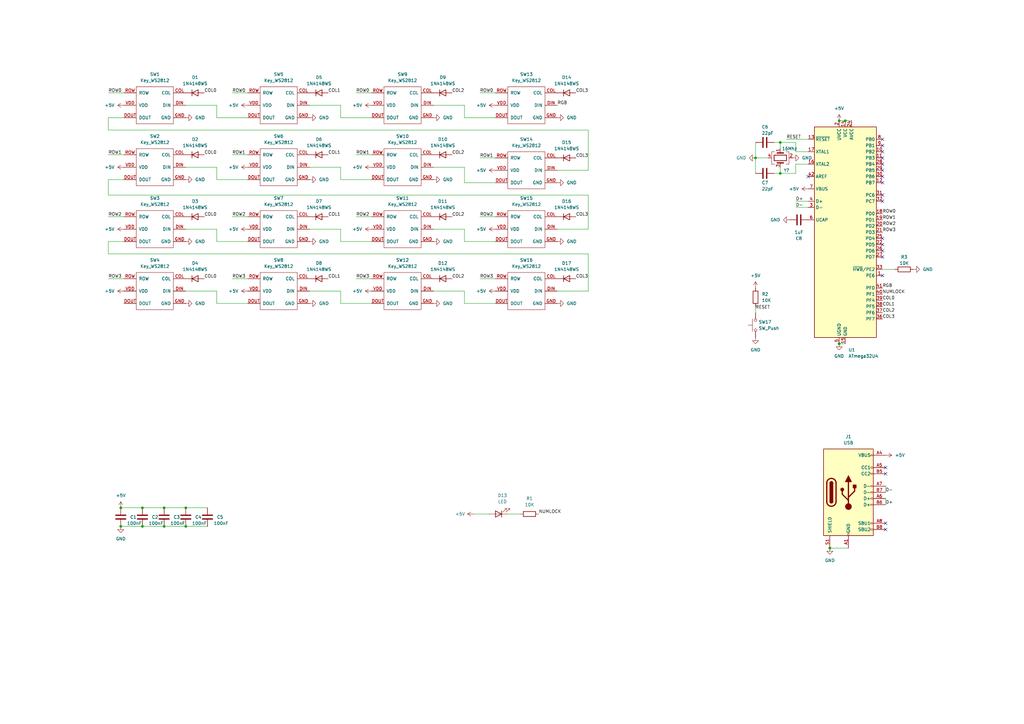
<source format=kicad_sch>
(kicad_sch (version 20211123) (generator eeschema)
  (paper "A3")
  (lib_symbols
    (symbol "Common_hardware:Key_WS2812" (pin_names (offset 1.016))
      (property "Reference" "SW" (at 0 10.2362 0))
      (property "Value" "Key_WS2812" (at 0 15.3162 0))
      (symbol "Key_WS2812_1_1"
        (rectangle (start -7.62 7.62) (end 7.62 -7.62) (stroke (width 0.1524)))
        (pin input line (at 12.7 5.08 180) (length 5.08) (name "COL") (number "COL"))
        (pin input line (at 12.7 0 180) (length 5.08) (name "DIN") (number "DIN"))
        (pin input line (at -12.7 -5.08 0) (length 5.08) (name "DOUT") (number "DOUT"))
        (pin input line (at 12.7 -5.08 180) (length 5.08) (name "GND") (number "GND"))
        (pin input line (at -12.7 5.08 0) (length 5.08) (name "ROW") (number "ROW"))
        (pin input line (at -12.7 0 0) (length 5.08) (name "VDD") (number "VDD"))
      )
    )
    (symbol "Connector:USB_C_Receptacle_USB2.0" (pin_names (offset 1.016))
      (property "Reference" "J" (at -10.16 19.05 0))
      (property "Value" "USB_C_Receptacle_USB2.0" (at 19.05 19.05 0))
      (symbol "USB_C_Receptacle_USB2.0_0_0"
        (rectangle (start -0.254 -17.78) (end 0.254 -16.764))
        (rectangle (start 10.16 -14.986) (end 9.144 -15.494))
        (rectangle (start 10.16 -12.446) (end 9.144 -12.954))
        (rectangle (start 10.16 -4.826) (end 9.144 -5.334))
        (rectangle (start 10.16 -2.286) (end 9.144 -2.794))
        (rectangle (start 10.16 0.254) (end 9.144 -0.254))
        (rectangle (start 10.16 2.794) (end 9.144 2.286))
        (rectangle (start 10.16 7.874) (end 9.144 7.366))
        (rectangle (start 10.16 10.414) (end 9.144 9.906))
        (rectangle (start 10.16 15.494) (end 9.144 14.986))
      )
      (symbol "USB_C_Receptacle_USB2.0_0_1"
        (rectangle (start -10.16 17.78) (end 10.16 -17.78) (stroke (width 0.254)) (fill (type background)))
        (arc (start -8.89 -3.81) (mid -6.985 -5.715) (end -5.08 -3.81) (stroke (width 0.508)))
        (arc (start -7.62 -3.81) (mid -6.985 -4.445) (end -6.35 -3.81) (stroke (width 0.254)))
        (arc (start -7.62 -3.81) (mid -6.985 -4.445) (end -6.35 -3.81) (stroke (width 0.254)) (fill (type outline)))
        (rectangle (start -7.62 -3.81) (end -6.35 3.81) (stroke (width 0.254)) (fill (type outline)))
        (arc (start -6.35 3.81) (mid -6.985 4.445) (end -7.62 3.81) (stroke (width 0.254)))
        (arc (start -6.35 3.81) (mid -6.985 4.445) (end -7.62 3.81) (stroke (width 0.254)) (fill (type outline)))
        (arc (start -5.08 3.81) (mid -6.985 5.715) (end -8.89 3.81) (stroke (width 0.508)))
        (circle (center -2.54 1.143) (radius 0.635) (stroke (width 0.254)) (fill (type outline)))
        (circle (center 0 -5.842) (radius 1.27) (fill (type outline)))
        (polyline (pts (xy -8.89 -3.81) (xy -8.89 3.81)) (stroke (width 0.508)))
        (polyline (pts (xy -5.08 3.81) (xy -5.08 -3.81)) (stroke (width 0.508)))
        (polyline (pts (xy 0 -5.842) (xy 0 4.318)) (stroke (width 0.508)))
        (polyline (pts (xy 0 -3.302) (xy -2.54 -0.762) (xy -2.54 0.508)) (stroke (width 0.508)))
        (polyline (pts (xy 0 -2.032) (xy 2.54 0.508) (xy 2.54 1.778)) (stroke (width 0.508)))
        (polyline (pts (xy -1.27 4.318) (xy 0 6.858) (xy 1.27 4.318) (xy -1.27 4.318)) (stroke (width 0.254)) (fill (type outline)))
        (rectangle (start 1.905 1.778) (end 3.175 3.048) (stroke (width 0.254)) (fill (type outline)))
      )
      (symbol "USB_C_Receptacle_USB2.0_1_1"
        (pin passive line (at 0 -22.86 90) (length 5.08) (name "GND") (number "A1"))
        (pin passive line (at 0 -22.86 90) (length 5.08) hide (name "GND") (number "A12"))
        (pin passive line (at 15.24 15.24 180) (length 5.08) (name "VBUS") (number "A4"))
        (pin bidirectional line (at 15.24 10.16 180) (length 5.08) (name "CC1") (number "A5"))
        (pin bidirectional line (at 15.24 -2.54 180) (length 5.08) (name "D+") (number "A6"))
        (pin bidirectional line (at 15.24 2.54 180) (length 5.08) (name "D-") (number "A7"))
        (pin bidirectional line (at 15.24 -12.7 180) (length 5.08) (name "SBU1") (number "A8"))
        (pin passive line (at 15.24 15.24 180) (length 5.08) hide (name "VBUS") (number "A9"))
        (pin passive line (at 0 -22.86 90) (length 5.08) hide (name "GND") (number "B1"))
        (pin passive line (at 0 -22.86 90) (length 5.08) hide (name "GND") (number "B12"))
        (pin passive line (at 15.24 15.24 180) (length 5.08) hide (name "VBUS") (number "B4"))
        (pin bidirectional line (at 15.24 7.62 180) (length 5.08) (name "CC2") (number "B5"))
        (pin bidirectional line (at 15.24 -5.08 180) (length 5.08) (name "D+") (number "B6"))
        (pin bidirectional line (at 15.24 0 180) (length 5.08) (name "D-") (number "B7"))
        (pin bidirectional line (at 15.24 -15.24 180) (length 5.08) (name "SBU2") (number "B8"))
        (pin passive line (at 15.24 15.24 180) (length 5.08) hide (name "VBUS") (number "B9"))
        (pin passive line (at -7.62 -22.86 90) (length 5.08) (name "SHIELD") (number "S1"))
      )
    )
    (symbol "Device:C" (pin_numbers hide) (pin_names (offset 0.254))
      (property "Reference" "C" (at 0.635 2.54 0))
      (property "Value" "C" (at 0.635 -2.54 0))
      (symbol "C_0_1"
        (polyline (pts (xy -2.032 -0.762) (xy 2.032 -0.762)) (stroke (width 0.508)))
        (polyline (pts (xy -2.032 0.762) (xy 2.032 0.762)) (stroke (width 0.508)))
      )
      (symbol "C_1_1"
        (pin passive line (at 0 3.81 270) (length 2.794) (name "~") (number "1"))
        (pin passive line (at 0 -3.81 90) (length 2.794) (name "~") (number "2"))
      )
    )
    (symbol "Device:Crystal_GND24" (pin_names (offset 1.016) hide)
      (property "Reference" "Y" (at 3.175 5.08 0))
      (property "Value" "Crystal_GND24" (at 3.175 3.175 0))
      (symbol "Crystal_GND24_0_1"
        (rectangle (start -1.143 2.54) (end 1.143 -2.54) (stroke (width 0.3048)))
        (polyline (pts (xy -2.54 0) (xy -2.032 0)))
        (polyline (pts (xy -2.032 -1.27) (xy -2.032 1.27)) (stroke (width 0.508)))
        (polyline (pts (xy 0 -3.81) (xy 0 -3.556)))
        (polyline (pts (xy 0 3.556) (xy 0 3.81)))
        (polyline (pts (xy 2.032 -1.27) (xy 2.032 1.27)) (stroke (width 0.508)))
        (polyline (pts (xy 2.032 0) (xy 2.54 0)))
        (polyline (pts (xy -2.54 -2.286) (xy -2.54 -3.556) (xy 2.54 -3.556) (xy 2.54 -2.286)))
        (polyline (pts (xy -2.54 2.286) (xy -2.54 3.556) (xy 2.54 3.556) (xy 2.54 2.286)))
      )
      (symbol "Crystal_GND24_1_1"
        (pin passive line (at -3.81 0 0) (length 1.27) (name "1") (number "1"))
        (pin passive line (at 0 5.08 270) (length 1.27) (name "2") (number "2"))
        (pin passive line (at 3.81 0 180) (length 1.27) (name "3") (number "3"))
        (pin passive line (at 0 -5.08 90) (length 1.27) (name "4") (number "4"))
      )
    )
    (symbol "Device:LED" (pin_numbers hide) (pin_names (offset 1.016) hide)
      (property "Reference" "D" (at 0 2.54 0))
      (property "Value" "LED" (at 0 -2.54 0))
      (symbol "LED_0_1"
        (polyline (pts (xy -1.27 -1.27) (xy -1.27 1.27)) (stroke (width 0.254)))
        (polyline (pts (xy -1.27 0) (xy 1.27 0)))
        (polyline (pts (xy 1.27 -1.27) (xy 1.27 1.27) (xy -1.27 0) (xy 1.27 -1.27)) (stroke (width 0.254)))
        (polyline (pts (xy -3.048 -0.762) (xy -4.572 -2.286) (xy -3.81 -2.286) (xy -4.572 -2.286) (xy -4.572 -1.524)))
        (polyline (pts (xy -1.778 -0.762) (xy -3.302 -2.286) (xy -2.54 -2.286) (xy -3.302 -2.286) (xy -3.302 -1.524)))
      )
      (symbol "LED_1_1"
        (pin passive line (at -3.81 0 0) (length 2.54) (name "K") (number "1"))
        (pin passive line (at 3.81 0 180) (length 2.54) (name "A") (number "2"))
      )
    )
    (symbol "Device:R" (pin_numbers hide) (pin_names (offset 0))
      (property "Reference" "R" (at 2.032 0 90))
      (property "Value" "R" (at 0 0 90))
      (symbol "R_0_1"
        (rectangle (start -1.016 -2.54) (end 1.016 2.54) (stroke (width 0.254)))
      )
      (symbol "R_1_1"
        (pin passive line (at 0 3.81 270) (length 1.27) (name "~") (number "1"))
        (pin passive line (at 0 -3.81 90) (length 1.27) (name "~") (number "2"))
      )
    )
    (symbol "Diode:1N4148WS" (pin_numbers hide) (pin_names hide)
      (property "Reference" "D" (at 0 2.54 0))
      (property "Value" "1N4148WS" (at 0 -2.54 0))
      (symbol "1N4148WS_0_1"
        (polyline (pts (xy -1.27 1.27) (xy -1.27 -1.27)) (stroke (width 0.254)))
        (polyline (pts (xy 1.27 0) (xy -1.27 0)))
        (polyline (pts (xy 1.27 1.27) (xy 1.27 -1.27) (xy -1.27 0) (xy 1.27 1.27)) (stroke (width 0.254)))
      )
      (symbol "1N4148WS_1_1"
        (pin passive line (at -3.81 0 0) (length 2.54) (name "K") (number "1"))
        (pin passive line (at 3.81 0 180) (length 2.54) (name "A") (number "2"))
      )
    )
    (symbol "MCU_Microchip_ATmega:ATmega32U4-M"
      (property "Reference" "U" (at -12.7 44.45 0))
      (property "Value" "ATmega32U4-M" (at 2.54 -44.45 0))
      (symbol "ATmega32U4-M_0_1"
        (rectangle (start -12.7 -43.18) (end 12.7 43.18) (stroke (width 0.254)) (fill (type background)))
      )
      (symbol "ATmega32U4-M_1_1"
        (pin bidirectional line (at 15.24 -17.78 180) (length 2.54) (name "PE6") (number "1"))
        (pin bidirectional line (at 15.24 33.02 180) (length 2.54) (name "PB2") (number "10"))
        (pin bidirectional line (at 15.24 30.48 180) (length 2.54) (name "PB3") (number "11"))
        (pin bidirectional line (at 15.24 20.32 180) (length 2.54) (name "PB7") (number "12"))
        (pin input line (at -15.24 38.1 0) (length 2.54) (name "~{RESET}") (number "13"))
        (pin power_in line (at 0 45.72 270) (length 2.54) (name "VCC") (number "14"))
        (pin power_in line (at 0 -45.72 90) (length 2.54) (name "GND") (number "15"))
        (pin output line (at -15.24 27.94 0) (length 2.54) (name "XTAL2") (number "16"))
        (pin input line (at -15.24 33.02 0) (length 2.54) (name "XTAL1") (number "17"))
        (pin bidirectional line (at 15.24 7.62 180) (length 2.54) (name "PD0") (number "18"))
        (pin bidirectional line (at 15.24 5.08 180) (length 2.54) (name "PD1") (number "19"))
        (pin power_in line (at -2.54 45.72 270) (length 2.54) (name "UVCC") (number "2"))
        (pin bidirectional line (at 15.24 2.54 180) (length 2.54) (name "PD2") (number "20"))
        (pin bidirectional line (at 15.24 0 180) (length 2.54) (name "PD3") (number "21"))
        (pin bidirectional line (at 15.24 -5.08 180) (length 2.54) (name "PD5") (number "22"))
        (pin passive line (at 0 -45.72 90) (length 2.54) hide (name "GND") (number "23"))
        (pin power_in line (at 2.54 45.72 270) (length 2.54) (name "AVCC") (number "24"))
        (pin bidirectional line (at 15.24 -2.54 180) (length 2.54) (name "PD4") (number "25"))
        (pin bidirectional line (at 15.24 -7.62 180) (length 2.54) (name "PD6") (number "26"))
        (pin bidirectional line (at 15.24 -10.16 180) (length 2.54) (name "PD7") (number "27"))
        (pin bidirectional line (at 15.24 27.94 180) (length 2.54) (name "PB4") (number "28"))
        (pin bidirectional line (at 15.24 25.4 180) (length 2.54) (name "PB5") (number "29"))
        (pin bidirectional line (at -15.24 10.16 0) (length 2.54) (name "D-") (number "3"))
        (pin bidirectional line (at 15.24 22.86 180) (length 2.54) (name "PB6") (number "30"))
        (pin bidirectional line (at 15.24 15.24 180) (length 2.54) (name "PC6") (number "31"))
        (pin bidirectional line (at 15.24 12.7 180) (length 2.54) (name "PC7") (number "32"))
        (pin bidirectional line (at 15.24 -15.24 180) (length 2.54) (name "~{HWB}/PE2") (number "33"))
        (pin passive line (at 0 45.72 270) (length 2.54) hide (name "VCC") (number "34"))
        (pin passive line (at 0 -45.72 90) (length 2.54) hide (name "GND") (number "35"))
        (pin bidirectional line (at 15.24 -35.56 180) (length 2.54) (name "PF7") (number "36"))
        (pin bidirectional line (at 15.24 -33.02 180) (length 2.54) (name "PF6") (number "37"))
        (pin bidirectional line (at 15.24 -30.48 180) (length 2.54) (name "PF5") (number "38"))
        (pin bidirectional line (at 15.24 -27.94 180) (length 2.54) (name "PF4") (number "39"))
        (pin bidirectional line (at -15.24 12.7 0) (length 2.54) (name "D+") (number "4"))
        (pin bidirectional line (at 15.24 -25.4 180) (length 2.54) (name "PF1") (number "40"))
        (pin bidirectional line (at 15.24 -22.86 180) (length 2.54) (name "PF0") (number "41"))
        (pin passive line (at -15.24 22.86 0) (length 2.54) (name "AREF") (number "42"))
        (pin passive line (at 0 -45.72 90) (length 2.54) hide (name "GND") (number "43"))
        (pin passive line (at 2.54 45.72 270) (length 2.54) hide (name "AVCC") (number "44"))
        (pin passive line (at 0 -45.72 90) (length 2.54) hide (name "GND") (number "45"))
        (pin passive line (at -2.54 -45.72 90) (length 2.54) (name "UGND") (number "5"))
        (pin passive line (at -15.24 5.08 0) (length 2.54) (name "UCAP") (number "6"))
        (pin input line (at -15.24 17.78 0) (length 2.54) (name "VBUS") (number "7"))
        (pin bidirectional line (at 15.24 38.1 180) (length 2.54) (name "PB0") (number "8"))
        (pin bidirectional line (at 15.24 35.56 180) (length 2.54) (name "PB1") (number "9"))
      )
    )
    (symbol "Switch:SW_Push" (pin_numbers hide) (pin_names (offset 1.016) hide)
      (property "Reference" "SW" (at 1.27 2.54 0))
      (property "Value" "SW_Push" (at 0 -1.524 0))
      (symbol "SW_Push_0_1"
        (circle (center -2.032 0) (radius 0.508))
        (polyline (pts (xy 0 1.27) (xy 0 3.048)))
        (polyline (pts (xy 2.54 1.27) (xy -2.54 1.27)))
        (circle (center 2.032 0) (radius 0.508))
        (pin passive line (at -5.08 0 0) (length 2.54) (name "1") (number "1"))
        (pin passive line (at 5.08 0 180) (length 2.54) (name "2") (number "2"))
      )
    )
    (symbol "power:+5V" (power) (pin_names (offset 0))
      (property "Value" "+5V" (at 0 3.556 0))
      (symbol "+5V_0_1"
        (polyline (pts (xy -0.762 1.27) (xy 0 2.54)))
        (polyline (pts (xy 0 0) (xy 0 2.54)))
        (polyline (pts (xy 0 2.54) (xy 0.762 1.27)))
      )
      (symbol "+5V_1_1"
        (pin power_in line (at 0 0 90) (length 0) hide (name "+5V") (number "1"))
      )
    )
    (symbol "power:GND" (power) (pin_names (offset 0))
      (property "Value" "GND" (at 0 -3.81 0))
      (symbol "GND_0_1"
        (polyline (pts (xy 0 0) (xy 0 -1.27) (xy 1.27 -1.27) (xy 0 -2.54) (xy -1.27 -1.27) (xy 0 -1.27)))
      )
      (symbol "GND_1_1"
        (pin power_in line (at 0 0 270) (length 0) hide (name "GND") (number "1"))
      )
    )
  )
  (junction (at 76.2 215.9))
  (junction (at 67.31 215.9))
  (junction (at 309.88 64.77))
  (junction (at 76.2 208.28))
  (junction (at 340.36 224.79))
  (junction (at 320.04 71.12))
  (junction (at 58.42 215.9))
  (junction (at 344.17 49.53))
  (junction (at 58.42 208.28))
  (junction (at 344.17 140.97))
  (junction (at 320.04 58.42))
  (junction (at 49.53 215.9))
  (junction (at 67.31 208.28))
  (junction (at 49.53 208.28))
  (junction (at 346.71 49.53))
  (no_connect (at 361.95 59.69))
  (no_connect (at 361.95 57.15))
  (no_connect (at 361.95 67.31))
  (no_connect (at 361.95 105.41))
  (no_connect (at 361.95 69.85))
  (no_connect (at 363.22 214.63))
  (no_connect (at 361.95 72.39))
  (no_connect (at 361.95 64.77))
  (no_connect (at 363.22 194.31))
  (no_connect (at 361.95 74.93))
  (no_connect (at 361.95 100.33))
  (no_connect (at 361.95 97.79))
  (no_connect (at 361.95 62.23))
  (no_connect (at 361.95 80.01))
  (no_connect (at 361.95 113.03))
  (no_connect (at 363.22 217.17))
  (no_connect (at 361.95 82.55))
  (no_connect (at 331.47 72.39))
  (no_connect (at 361.95 102.87))
  (no_connect (at 363.22 191.77))
  (wire (pts (xy 146.05 88.9) (xy 152.4 88.9)))
  (wire (pts (xy 340.36 224.79) (xy 347.98 224.79)))
  (wire (pts (xy 190.5 68.58) (xy 190.5 74.93)))
  (wire (pts (xy 139.7 124.46) (xy 139.7 119.38)))
  (wire (pts (xy 50.8 99.06) (xy 44.45 99.06)))
  (wire (pts (xy 88.9 93.98) (xy 76.2 93.98)))
  (wire (pts (xy 326.39 85.09) (xy 331.47 85.09)))
  (wire (pts (xy 101.6 73.66) (xy 88.9 73.66)))
  (wire (pts (xy 213.36 210.82) (xy 208.28 210.82)))
  (wire (pts (xy 88.9 119.38) (xy 76.2 119.38)))
  (wire (pts (xy 241.3 53.34) (xy 241.3 69.85)))
  (wire (pts (xy 320.04 58.42) (xy 320.04 60.96)))
  (wire (pts (xy 44.45 80.01) (xy 241.3 80.01)))
  (wire (pts (xy 152.4 124.46) (xy 139.7 124.46)))
  (wire (pts (xy 320.04 68.58) (xy 320.04 71.12)))
  (wire (pts (xy 88.9 73.66) (xy 88.9 68.58)))
  (wire (pts (xy 203.2 48.26) (xy 190.5 48.26)))
  (wire (pts (xy 241.3 80.01) (xy 241.3 93.98)))
  (wire (pts (xy 241.3 104.14) (xy 241.3 119.38)))
  (wire (pts (xy 344.17 49.53) (xy 346.71 49.53)))
  (wire (pts (xy 346.71 49.53) (xy 349.25 49.53)))
  (wire (pts (xy 190.5 48.26) (xy 190.5 43.18)))
  (wire (pts (xy 44.45 53.34) (xy 241.3 53.34)))
  (wire (pts (xy 139.7 68.58) (xy 127 68.58)))
  (wire (pts (xy 88.9 99.06) (xy 88.9 93.98)))
  (wire (pts (xy 322.58 57.15) (xy 331.47 57.15)))
  (wire (pts (xy 67.31 215.9) (xy 76.2 215.9)))
  (wire (pts (xy 44.45 99.06) (xy 44.45 104.14)))
  (wire (pts (xy 241.3 93.98) (xy 228.6 93.98)))
  (wire (pts (xy 363.22 204.47) (xy 363.22 207.01)))
  (wire (pts (xy 139.7 43.18) (xy 127 43.18)))
  (wire (pts (xy 309.88 125.73) (xy 309.88 128.27)))
  (wire (pts (xy 309.88 58.42) (xy 309.88 64.77)))
  (wire (pts (xy 190.5 43.18) (xy 177.8 43.18)))
  (wire (pts (xy 326.39 82.55) (xy 331.47 82.55)))
  (wire (pts (xy 331.47 62.23) (xy 326.39 62.23)))
  (wire (pts (xy 152.4 73.66) (xy 139.7 73.66)))
  (wire (pts (xy 196.85 114.3) (xy 203.2 114.3)))
  (wire (pts (xy 190.5 119.38) (xy 177.8 119.38)))
  (wire (pts (xy 194.31 210.82) (xy 200.66 210.82)))
  (wire (pts (xy 139.7 73.66) (xy 139.7 68.58)))
  (wire (pts (xy 49.53 208.28) (xy 58.42 208.28)))
  (wire (pts (xy 44.45 63.5) (xy 50.8 63.5)))
  (wire (pts (xy 44.45 88.9) (xy 50.8 88.9)))
  (wire (pts (xy 88.9 68.58) (xy 76.2 68.58)))
  (wire (pts (xy 309.88 64.77) (xy 314.96 64.77)))
  (wire (pts (xy 44.45 38.1) (xy 50.8 38.1)))
  (wire (pts (xy 95.25 114.3) (xy 101.6 114.3)))
  (wire (pts (xy 146.05 114.3) (xy 152.4 114.3)))
  (wire (pts (xy 203.2 99.06) (xy 190.5 99.06)))
  (wire (pts (xy 44.45 48.26) (xy 44.45 53.34)))
  (wire (pts (xy 49.53 215.9) (xy 58.42 215.9)))
  (wire (pts (xy 320.04 71.12) (xy 317.5 71.12)))
  (wire (pts (xy 326.39 62.23) (xy 326.39 58.42)))
  (wire (pts (xy 203.2 74.93) (xy 190.5 74.93)))
  (wire (pts (xy 367.03 110.49) (xy 361.95 110.49)))
  (wire (pts (xy 139.7 48.26) (xy 139.7 43.18)))
  (wire (pts (xy 190.5 68.58) (xy 177.8 68.58)))
  (wire (pts (xy 196.85 64.77) (xy 203.2 64.77)))
  (wire (pts (xy 363.22 199.39) (xy 363.22 201.93)))
  (wire (pts (xy 101.6 124.46) (xy 88.9 124.46)))
  (wire (pts (xy 309.88 64.77) (xy 309.88 71.12)))
  (wire (pts (xy 152.4 48.26) (xy 139.7 48.26)))
  (wire (pts (xy 190.5 99.06) (xy 190.5 93.98)))
  (wire (pts (xy 88.9 43.18) (xy 76.2 43.18)))
  (wire (pts (xy 241.3 69.85) (xy 228.6 69.85)))
  (wire (pts (xy 344.17 140.97) (xy 346.71 140.97)))
  (wire (pts (xy 196.85 88.9) (xy 203.2 88.9)))
  (wire (pts (xy 146.05 63.5) (xy 152.4 63.5)))
  (wire (pts (xy 50.8 48.26) (xy 44.45 48.26)))
  (wire (pts (xy 88.9 124.46) (xy 88.9 119.38)))
  (wire (pts (xy 241.3 119.38) (xy 228.6 119.38)))
  (wire (pts (xy 101.6 48.26) (xy 88.9 48.26)))
  (wire (pts (xy 203.2 124.46) (xy 190.5 124.46)))
  (wire (pts (xy 76.2 215.9) (xy 85.09 215.9)))
  (wire (pts (xy 95.25 38.1) (xy 101.6 38.1)))
  (wire (pts (xy 95.25 63.5) (xy 101.6 63.5)))
  (wire (pts (xy 88.9 48.26) (xy 88.9 43.18)))
  (wire (pts (xy 320.04 58.42) (xy 317.5 58.42)))
  (wire (pts (xy 139.7 99.06) (xy 139.7 93.98)))
  (wire (pts (xy 139.7 119.38) (xy 127 119.38)))
  (wire (pts (xy 146.05 38.1) (xy 152.4 38.1)))
  (wire (pts (xy 152.4 99.06) (xy 139.7 99.06)))
  (wire (pts (xy 101.6 99.06) (xy 88.9 99.06)))
  (wire (pts (xy 95.25 88.9) (xy 101.6 88.9)))
  (wire (pts (xy 139.7 93.98) (xy 127 93.98)))
  (wire (pts (xy 58.42 208.28) (xy 67.31 208.28)))
  (wire (pts (xy 58.42 215.9) (xy 67.31 215.9)))
  (wire (pts (xy 44.45 104.14) (xy 241.3 104.14)))
  (wire (pts (xy 190.5 93.98) (xy 177.8 93.98)))
  (wire (pts (xy 326.39 71.12) (xy 320.04 71.12)))
  (wire (pts (xy 196.85 38.1) (xy 203.2 38.1)))
  (wire (pts (xy 50.8 73.66) (xy 44.45 73.66)))
  (wire (pts (xy 44.45 114.3) (xy 50.8 114.3)))
  (wire (pts (xy 44.45 73.66) (xy 44.45 80.01)))
  (wire (pts (xy 67.31 208.28) (xy 76.2 208.28)))
  (wire (pts (xy 326.39 58.42) (xy 320.04 58.42)))
  (wire (pts (xy 190.5 119.38) (xy 190.5 124.46)))
  (wire (pts (xy 331.47 67.31) (xy 326.39 67.31)))
  (wire (pts (xy 76.2 208.28) (xy 85.09 208.28)))
  (wire (pts (xy 326.39 67.31) (xy 326.39 71.12)))
  (label "ROW0" (at 196.85 38.1 0))
  (label "COL1" (at 134.62 38.1 0))
  (label "RGB" (at 361.95 118.11 0))
  (label "ROW2" (at 44.45 88.9 0))
  (label "COL2" (at 361.95 128.27 0))
  (label "COL0" (at 83.82 38.1 0))
  (label "ROW1" (at 95.25 63.5 0))
  (label "ROW0" (at 44.45 38.1 0))
  (label "COL0" (at 361.95 123.19 0))
  (label "COL3" (at 361.95 130.81 0))
  (label "ROW1" (at 196.85 64.77 0))
  (label "RGB" (at 228.6 43.18 0))
  (label "COL0" (at 83.82 63.5 0))
  (label "COL3" (at 236.22 88.9 0))
  (label "ROW2" (at 95.25 88.9 0))
  (label "COL2" (at 185.42 114.3 0))
  (label "ROW2" (at 196.85 88.9 0))
  (label "COL1" (at 134.62 114.3 0))
  (label "RESET" (at 309.88 127 0))
  (label "COL3" (at 236.22 114.3 0))
  (label "ROW0" (at 146.05 38.1 0))
  (label "ROW3" (at 44.45 114.3 0))
  (label "ROW2" (at 361.95 92.71 0))
  (label "ROW1" (at 361.95 90.17 0))
  (label "ROW3" (at 196.85 114.3 0))
  (label "COL0" (at 83.82 88.9 0))
  (label "ROW3" (at 361.95 95.25 0))
  (label "ROW3" (at 146.05 114.3 0))
  (label "ROW3" (at 95.25 114.3 0))
  (label "COL3" (at 236.22 64.77 0))
  (label "COL3" (at 236.22 38.1 0))
  (label "COL2" (at 185.42 63.5 0))
  (label "RESET" (at 322.58 57.15 0))
  (label "D+" (at 363.22 207.01 0))
  (label "NUMLOCK" (at 361.95 120.65 0))
  (label "D-" (at 326.39 85.09 0))
  (label "COL1" (at 134.62 88.9 0))
  (label "ROW2" (at 146.05 88.9 0))
  (label "NUMLOCK" (at 220.98 210.82 0))
  (label "ROW1" (at 44.45 63.5 0))
  (label "ROW0" (at 95.25 38.1 0))
  (label "D+" (at 326.39 82.55 0))
  (label "COL2" (at 185.42 38.1 0))
  (label "COL1" (at 361.95 125.73 0))
  (label "COL2" (at 185.42 88.9 0))
  (label "COL0" (at 83.82 114.3 0))
  (label "ROW0" (at 361.95 87.63 0))
  (label "COL1" (at 134.62 63.5 0))
  (label "D-" (at 363.22 201.93 0))
  (label "ROW1" (at 146.05 63.5 0))
  (symbol (lib_id "Diode:1N4148WS") (at 80.01 88.9 0) (unit 1)
    (property "Reference" "D3" (at 80.01 82.55 0))
    (property "Value" "1N4148WS" (at 80.01 85.09 0))
    (property "Footprint" "Diode_SMD:D_SOD-323" (effects hide))
    (property "Datasheet" "https://www.vishay.com/docs/85751/1n4148ws.pdf" (effects hide))
  )
  (symbol (lib_id "Diode:1N4148WS") (at 80.01 38.1 0) (unit 1)
    (property "Reference" "D1" (at 80.01 31.75 0))
    (property "Value" "1N4148WS" (at 80.01 34.29 0))
    (property "Footprint" "Diode_SMD:D_SOD-323" (effects hide))
    (property "Datasheet" "https://www.vishay.com/docs/85751/1n4148ws.pdf" (effects hide))
  )
  (symbol (lib_id "Device:C") (at 76.2 212.09 0) (unit 1)
    (property "Reference" "C4" (at 80.01 212.09 0) (effects (justify left)))
    (property "Value" "100nF" (at 78.74 214.63 0) (effects (justify left)))
    (property "Footprint" "Capacitor_SMD:C_0603_1608Metric_Pad1.08x0.95mm_HandSolder" (effects hide))
  )
  (symbol (lib_id "Common_hardware:Key_WS2812") (at 114.3 93.98 0) (unit 1)
    (property "Reference" "SW7" (at 114.3 81.28 0))
    (property "Value" "Key_WS2812" (at 114.3 83.82 0))
    (property "Footprint" "Common_hardware:Key_WS2812" (effects hide))
  )
  (symbol (lib_id "Device:C") (at 327.66 90.17 90) (unit 1)
    (property "Reference" "C8" (at 327.66 97.79 90))
    (property "Value" "1uF" (at 327.66 95.25 90))
    (property "Footprint" "Capacitor_SMD:C_0603_1608Metric_Pad1.08x0.95mm_HandSolder" (effects hide))
  )
  (symbol (lib_id "power:GND") (at 177.8 48.26 90) (unit 1)
    (property "Reference" "#PWR023" (effects hide))
    (property "Value" "GND" (at 181.61 48.2599 90) (effects (justify right)))
  )
  (symbol (lib_id "power:GND") (at 177.8 99.06 90) (unit 1)
    (property "Reference" "#PWR025" (effects hide))
    (property "Value" "GND" (at 181.61 99.0599 90) (effects (justify right)))
  )
  (symbol (lib_id "power:GND") (at 177.8 73.66 90) (unit 1)
    (property "Reference" "#PWR024" (effects hide))
    (property "Value" "GND" (at 181.61 73.6599 90) (effects (justify right)))
  )
  (symbol (lib_id "Diode:1N4148WS") (at 80.01 63.5 0) (unit 1)
    (property "Reference" "D2" (at 80.01 57.15 0))
    (property "Value" "1N4148WS" (at 80.01 59.69 0))
    (property "Footprint" "Diode_SMD:D_SOD-323" (effects hide))
    (property "Datasheet" "https://www.vishay.com/docs/85751/1n4148ws.pdf" (effects hide))
  )
  (symbol (lib_id "power:GND") (at 374.65 110.49 90) (unit 1)
    (property "Reference" "#PWR045" (effects hide))
    (property "Value" "GND" (at 378.46 110.4899 90) (effects (justify right)))
  )
  (symbol (lib_id "power:+5V") (at 309.88 118.11 0) (unit 1)
    (property "Reference" "#PWR037" (effects hide))
    (property "Value" "+5V" (at 309.88 113.03 0))
  )
  (symbol (lib_id "power:+5V") (at 152.4 93.98 90) (unit 1)
    (property "Reference" "#PWR021" (effects hide))
    (property "Value" "+5V" (at 148.59 93.9799 90) (effects (justify left)))
  )
  (symbol (lib_id "Common_hardware:Key_WS2812") (at 114.3 119.38 0) (unit 1)
    (property "Reference" "SW8" (at 114.3 106.68 0))
    (property "Value" "Key_WS2812" (at 114.3 109.22 0))
    (property "Footprint" "Common_hardware:Key_WS2812" (effects hide))
  )
  (symbol (lib_id "power:+5V") (at 152.4 43.18 90) (unit 1)
    (property "Reference" "#PWR019" (effects hide))
    (property "Value" "+5V" (at 148.59 43.1799 90) (effects (justify left)))
  )
  (symbol (lib_id "power:+5V") (at 152.4 119.38 90) (unit 1)
    (property "Reference" "#PWR022" (effects hide))
    (property "Value" "+5V" (at 148.59 119.3799 90) (effects (justify left)))
  )
  (symbol (lib_id "Device:C") (at 313.69 58.42 270) (unit 1)
    (property "Reference" "C6" (at 312.42 52.07 90) (effects (justify left)))
    (property "Value" "22pF" (at 312.42 54.61 90) (effects (justify left)))
    (property "Footprint" "Capacitor_SMD:C_0603_1608Metric_Pad1.08x0.95mm_HandSolder" (effects hide))
  )
  (symbol (lib_id "power:+5V") (at 203.2 69.85 90) (unit 1)
    (property "Reference" "#PWR029" (effects hide))
    (property "Value" "+5V" (at 199.39 69.8499 90) (effects (justify left)))
  )
  (symbol (lib_id "power:+5V") (at 331.47 77.47 90) (unit 1)
    (property "Reference" "#PWR040" (effects hide))
    (property "Value" "+5V" (at 327.66 77.4699 90) (effects (justify left)))
  )
  (symbol (lib_id "power:GND") (at 228.6 74.93 90) (unit 1)
    (property "Reference" "#PWR033" (effects hide))
    (property "Value" "GND" (at 232.41 74.9299 90) (effects (justify right)))
  )
  (symbol (lib_id "power:+5V") (at 363.22 186.69 270) (unit 1)
    (property "Reference" "#PWR044" (effects hide))
    (property "Value" "+5V" (at 367.03 186.6899 90) (effects (justify left)))
  )
  (symbol (lib_id "Common_hardware:Key_WS2812") (at 215.9 69.85 0) (unit 1)
    (property "Reference" "SW14" (at 215.9 57.15 0))
    (property "Value" "Key_WS2812" (at 215.9 59.69 0))
    (property "Footprint" "Common_hardware:Key_WS2812" (effects hide))
  )
  (symbol (lib_id "Diode:1N4148WS") (at 232.41 88.9 0) (unit 1)
    (property "Reference" "D16" (at 232.41 82.55 0))
    (property "Value" "1N4148WS" (at 232.41 85.09 0))
    (property "Footprint" "Diode_SMD:D_SOD-323" (effects hide))
    (property "Datasheet" "https://www.vishay.com/docs/85751/1n4148ws.pdf" (effects hide))
  )
  (symbol (lib_id "Common_hardware:Key_WS2812") (at 114.3 68.58 0) (unit 1)
    (property "Reference" "SW6" (at 114.3 55.88 0))
    (property "Value" "Key_WS2812" (at 114.3 58.42 0))
    (property "Footprint" "Common_hardware:Key_WS2812" (effects hide))
  )
  (symbol (lib_id "Device:C") (at 49.53 212.09 0) (unit 1)
    (property "Reference" "C1" (at 53.34 212.09 0) (effects (justify left)))
    (property "Value" "100nF" (at 52.07 214.63 0) (effects (justify left)))
    (property "Footprint" "Capacitor_SMD:C_0603_1608Metric_Pad1.08x0.95mm_HandSolder" (effects hide))
  )
  (symbol (lib_id "power:GND") (at 127 99.06 90) (unit 1)
    (property "Reference" "#PWR017" (effects hide))
    (property "Value" "GND" (at 130.81 99.0599 90) (effects (justify right)))
  )
  (symbol (lib_id "Device:C") (at 85.09 212.09 0) (unit 1)
    (property "Reference" "C5" (at 88.9 212.09 0) (effects (justify left)))
    (property "Value" "100nF" (at 87.63 214.63 0) (effects (justify left)))
    (property "Footprint" "Capacitor_SMD:C_0603_1608Metric_Pad1.08x0.95mm_HandSolder" (effects hide))
  )
  (symbol (lib_id "Switch:SW_Push") (at 309.88 133.35 90) (unit 1)
    (property "Reference" "SW17" (at 311.15 132.0799 90) (effects (justify right)))
    (property "Value" "SW_Push" (at 311.15 134.6199 90) (effects (justify right)))
    (property "Footprint" "Connector_PinHeader_2.00mm:PinHeader_1x02_P2.00mm_Vertical" (effects hide))
  )
  (symbol (lib_id "power:GND") (at 127 73.66 90) (unit 1)
    (property "Reference" "#PWR016" (effects hide))
    (property "Value" "GND" (at 130.81 73.6599 90) (effects (justify right)))
  )
  (symbol (lib_id "power:GND") (at 228.6 99.06 90) (unit 1)
    (property "Reference" "#PWR034" (effects hide))
    (property "Value" "GND" (at 232.41 99.0599 90) (effects (justify right)))
  )
  (symbol (lib_id "power:GND") (at 49.53 215.9 0) (unit 1)
    (property "Reference" "#PWR02" (effects hide))
    (property "Value" "GND" (at 49.53 220.98 0))
  )
  (symbol (lib_id "Common_hardware:Key_WS2812") (at 63.5 43.18 0) (unit 1)
    (property "Reference" "SW1" (at 63.5 30.48 0))
    (property "Value" "Key_WS2812" (at 63.5 33.02 0))
    (property "Footprint" "Common_hardware:Key_WS2812" (effects hide))
  )
  (symbol (lib_id "Device:C") (at 67.31 212.09 0) (unit 1)
    (property "Reference" "C3" (at 71.12 212.09 0) (effects (justify left)))
    (property "Value" "100nF" (at 69.85 214.63 0) (effects (justify left)))
    (property "Footprint" "Capacitor_SMD:C_0603_1608Metric_Pad1.08x0.95mm_HandSolder" (effects hide))
  )
  (symbol (lib_id "power:+5V") (at 50.8 93.98 90) (unit 1)
    (property "Reference" "#PWR05" (effects hide))
    (property "Value" "+5V" (at 46.99 93.9799 90) (effects (justify left)))
  )
  (symbol (lib_id "power:GND") (at 76.2 48.26 90) (unit 1)
    (property "Reference" "#PWR07" (effects hide))
    (property "Value" "GND" (at 80.01 48.2599 90) (effects (justify right)))
  )
  (symbol (lib_id "power:GND") (at 127 48.26 90) (unit 1)
    (property "Reference" "#PWR015" (effects hide))
    (property "Value" "GND" (at 130.81 48.2599 90) (effects (justify right)))
  )
  (symbol (lib_id "Common_hardware:Key_WS2812") (at 215.9 43.18 0) (unit 1)
    (property "Reference" "SW13" (at 215.9 30.48 0))
    (property "Value" "Key_WS2812" (at 215.9 33.02 0))
    (property "Footprint" "Common_hardware:Key_WS2812" (effects hide))
  )
  (symbol (lib_id "Device:LED") (at 204.47 210.82 180) (unit 1)
    (property "Reference" "D13" (at 206.0575 203.2 0))
    (property "Value" "LED" (at 206.0575 205.74 0))
    (property "Footprint" "LED_SMD:LED_0603_1608Metric_Pad1.05x0.95mm_HandSolder" (effects hide))
  )
  (symbol (lib_id "Device:R") (at 370.84 110.49 90) (unit 1)
    (property "Reference" "R3" (at 370.84 105.41 90))
    (property "Value" "10K" (at 370.84 107.95 90))
    (property "Footprint" "Resistor_SMD:R_0603_1608Metric_Pad0.98x0.95mm_HandSolder" (effects hide))
  )
  (symbol (lib_id "power:GND") (at 325.12 64.77 90) (unit 1)
    (property "Reference" "#PWR?" (effects hide))
    (property "Value" "GND" (at 328.93 64.7699 90) (effects (justify right)))
  )
  (symbol (lib_id "power:+5V") (at 203.2 119.38 90) (unit 1)
    (property "Reference" "#PWR031" (effects hide))
    (property "Value" "+5V" (at 199.39 119.3799 90) (effects (justify left)))
  )
  (symbol (lib_id "power:GND") (at 228.6 48.26 90) (unit 1)
    (property "Reference" "#PWR032" (effects hide))
    (property "Value" "GND" (at 232.41 48.2599 90) (effects (justify right)))
  )
  (symbol (lib_id "Common_hardware:Key_WS2812") (at 114.3 43.18 0) (unit 1)
    (property "Reference" "SW5" (at 114.3 30.48 0))
    (property "Value" "Key_WS2812" (at 114.3 33.02 0))
    (property "Footprint" "Common_hardware:Key_WS2812" (effects hide))
  )
  (symbol (lib_id "Diode:1N4148WS") (at 232.41 64.77 0) (unit 1)
    (property "Reference" "D15" (at 232.41 58.42 0))
    (property "Value" "1N4148WS" (at 232.41 60.96 0))
    (property "Footprint" "Diode_SMD:D_SOD-323" (effects hide))
    (property "Datasheet" "https://www.vishay.com/docs/85751/1n4148ws.pdf" (effects hide))
  )
  (symbol (lib_id "Diode:1N4148WS") (at 80.01 114.3 0) (unit 1)
    (property "Reference" "D4" (at 80.01 107.95 0))
    (property "Value" "1N4148WS" (at 80.01 110.49 0))
    (property "Footprint" "Diode_SMD:D_SOD-323" (effects hide))
    (property "Datasheet" "https://www.vishay.com/docs/85751/1n4148ws.pdf" (effects hide))
  )
  (symbol (lib_id "power:+5V") (at 49.53 208.28 0) (unit 1)
    (property "Reference" "#PWR01" (effects hide))
    (property "Value" "+5V" (at 49.53 203.2 0))
  )
  (symbol (lib_id "power:+5V") (at 203.2 93.98 90) (unit 1)
    (property "Reference" "#PWR030" (effects hide))
    (property "Value" "+5V" (at 199.39 93.9799 90) (effects (justify left)))
  )
  (symbol (lib_id "power:+5V") (at 50.8 43.18 90) (unit 1)
    (property "Reference" "#PWR03" (effects hide))
    (property "Value" "+5V" (at 46.99 43.1799 90) (effects (justify left)))
  )
  (symbol (lib_id "power:GND") (at 127 124.46 90) (unit 1)
    (property "Reference" "#PWR018" (effects hide))
    (property "Value" "GND" (at 130.81 124.4599 90) (effects (justify right)))
  )
  (symbol (lib_id "MCU_Microchip_ATmega:ATmega32U4-M") (at 346.71 95.25 0) (unit 1)
    (property "Reference" "U1" (at 347.98 143.51 0) (effects (justify left)))
    (property "Value" "ATmega32U4" (at 347.98 146.05 0) (effects (justify left)))
    (property "Footprint" "Package_DFN_QFN:QFN-44-1EP_7x7mm_P0.5mm_EP5.2x5.2mm" (effects hide))
    (property "Datasheet" "http://ww1.microchip.com/downloads/en/DeviceDoc/Atmel-7766-8-bit-AVR-ATmega16U4-32U4_Datasheet.pdf" (effects hide))
  )
  (symbol (lib_id "Diode:1N4148WS") (at 130.81 38.1 0) (unit 1)
    (property "Reference" "D5" (at 130.81 31.75 0))
    (property "Value" "1N4148WS" (at 130.81 34.29 0))
    (property "Footprint" "Diode_SMD:D_SOD-323" (effects hide))
    (property "Datasheet" "https://www.vishay.com/docs/85751/1n4148ws.pdf" (effects hide))
  )
  (symbol (lib_id "Diode:1N4148WS") (at 181.61 38.1 0) (unit 1)
    (property "Reference" "D9" (at 181.61 31.75 0))
    (property "Value" "1N4148WS" (at 181.61 34.29 0))
    (property "Footprint" "Diode_SMD:D_SOD-323" (effects hide))
    (property "Datasheet" "https://www.vishay.com/docs/85751/1n4148ws.pdf" (effects hide))
  )
  (symbol (lib_id "Device:Crystal_GND24") (at 320.04 64.77 270) (unit 1)
    (property "Reference" "Y?" (at 322.58 69.85 90))
    (property "Value" "16Mhz" (at 323.85 60.96 90))
    (property "Footprint" "Crystal:Crystal_SMD_EuroQuartz_MT-4Pin_3.2x2.5mm_HandSoldering" (effects hide))
  )
  (symbol (lib_id "power:+5V") (at 344.17 49.53 0) (unit 1)
    (property "Reference" "#PWR042" (effects hide))
    (property "Value" "+5V" (at 344.17 44.45 0))
  )
  (symbol (lib_id "Common_hardware:Key_WS2812") (at 165.1 68.58 0) (unit 1)
    (property "Reference" "SW10" (at 165.1 55.88 0))
    (property "Value" "Key_WS2812" (at 165.1 58.42 0))
    (property "Footprint" "Common_hardware:Key_WS2812" (effects hide))
  )
  (symbol (lib_id "Common_hardware:Key_WS2812") (at 215.9 119.38 0) (unit 1)
    (property "Reference" "SW16" (at 215.9 106.68 0))
    (property "Value" "Key_WS2812" (at 215.9 109.22 0))
    (property "Footprint" "Common_hardware:Key_WS2812" (effects hide))
  )
  (symbol (lib_id "power:GND") (at 177.8 124.46 90) (unit 1)
    (property "Reference" "#PWR026" (effects hide))
    (property "Value" "GND" (at 181.61 124.4599 90) (effects (justify right)))
  )
  (symbol (lib_id "Diode:1N4148WS") (at 181.61 88.9 0) (unit 1)
    (property "Reference" "D11" (at 181.61 82.55 0))
    (property "Value" "1N4148WS" (at 181.61 85.09 0))
    (property "Footprint" "Diode_SMD:D_SOD-323" (effects hide))
    (property "Datasheet" "https://www.vishay.com/docs/85751/1n4148ws.pdf" (effects hide))
  )
  (symbol (lib_id "power:+5V") (at 101.6 68.58 90) (unit 1)
    (property "Reference" "#PWR012" (effects hide))
    (property "Value" "+5V" (at 97.79 68.5799 90) (effects (justify left)))
  )
  (symbol (lib_id "power:GND") (at 340.36 224.79 0) (unit 1)
    (property "Reference" "#PWR041" (effects hide))
    (property "Value" "GND" (at 340.36 229.87 0))
  )
  (symbol (lib_id "power:+5V") (at 101.6 43.18 90) (unit 1)
    (property "Reference" "#PWR011" (effects hide))
    (property "Value" "+5V" (at 97.79 43.1799 90) (effects (justify left)))
  )
  (symbol (lib_id "Common_hardware:Key_WS2812") (at 165.1 93.98 0) (unit 1)
    (property "Reference" "SW11" (at 165.1 81.28 0))
    (property "Value" "Key_WS2812" (at 165.1 83.82 0))
    (property "Footprint" "Common_hardware:Key_WS2812" (effects hide))
  )
  (symbol (lib_id "Diode:1N4148WS") (at 232.41 114.3 0) (unit 1)
    (property "Reference" "D17" (at 232.41 107.95 0))
    (property "Value" "1N4148WS" (at 232.41 110.49 0))
    (property "Footprint" "Diode_SMD:D_SOD-323" (effects hide))
    (property "Datasheet" "https://www.vishay.com/docs/85751/1n4148ws.pdf" (effects hide))
  )
  (symbol (lib_id "power:+5V") (at 50.8 68.58 90) (unit 1)
    (property "Reference" "#PWR04" (effects hide))
    (property "Value" "+5V" (at 46.99 68.5799 90) (effects (justify left)))
  )
  (symbol (lib_id "Common_hardware:Key_WS2812") (at 215.9 93.98 0) (unit 1)
    (property "Reference" "SW15" (at 215.9 81.28 0))
    (property "Value" "Key_WS2812" (at 215.9 83.82 0))
    (property "Footprint" "Common_hardware:Key_WS2812" (effects hide))
  )
  (symbol (lib_id "Diode:1N4148WS") (at 130.81 63.5 0) (unit 1)
    (property "Reference" "D6" (at 130.81 57.15 0))
    (property "Value" "1N4148WS" (at 130.81 59.69 0))
    (property "Footprint" "Diode_SMD:D_SOD-323" (effects hide))
    (property "Datasheet" "https://www.vishay.com/docs/85751/1n4148ws.pdf" (effects hide))
  )
  (symbol (lib_id "Common_hardware:Key_WS2812") (at 63.5 119.38 0) (unit 1)
    (property "Reference" "SW4" (at 63.5 106.68 0))
    (property "Value" "Key_WS2812" (at 63.5 109.22 0))
    (property "Footprint" "Common_hardware:Key_WS2812" (effects hide))
  )
  (symbol (lib_id "power:+5V") (at 152.4 68.58 90) (unit 1)
    (property "Reference" "#PWR020" (effects hide))
    (property "Value" "+5V" (at 148.59 68.5799 90) (effects (justify left)))
  )
  (symbol (lib_id "power:GND") (at 309.88 138.43 0) (unit 1)
    (property "Reference" "#PWR038" (effects hide))
    (property "Value" "GND" (at 309.88 143.51 0))
  )
  (symbol (lib_id "Device:C") (at 58.42 212.09 0) (unit 1)
    (property "Reference" "C2" (at 62.23 212.09 0) (effects (justify left)))
    (property "Value" "100nF" (at 60.96 214.63 0) (effects (justify left)))
    (property "Footprint" "Capacitor_SMD:C_0603_1608Metric_Pad1.08x0.95mm_HandSolder" (effects hide))
  )
  (symbol (lib_id "Diode:1N4148WS") (at 232.41 38.1 0) (unit 1)
    (property "Reference" "D14" (at 232.41 31.75 0))
    (property "Value" "1N4148WS" (at 232.41 34.29 0))
    (property "Footprint" "Diode_SMD:D_SOD-323" (effects hide))
    (property "Datasheet" "https://www.vishay.com/docs/85751/1n4148ws.pdf" (effects hide))
  )
  (symbol (lib_id "Common_hardware:Key_WS2812") (at 165.1 119.38 0) (unit 1)
    (property "Reference" "SW12" (at 165.1 106.68 0))
    (property "Value" "Key_WS2812" (at 165.1 109.22 0))
    (property "Footprint" "Common_hardware:Key_WS2812" (effects hide))
  )
  (symbol (lib_id "power:GND") (at 228.6 124.46 90) (unit 1)
    (property "Reference" "#PWR035" (effects hide))
    (property "Value" "GND" (at 232.41 124.4599 90) (effects (justify right)))
  )
  (symbol (lib_id "Diode:1N4148WS") (at 181.61 63.5 0) (unit 1)
    (property "Reference" "D10" (at 181.61 57.15 0))
    (property "Value" "1N4148WS" (at 181.61 59.69 0))
    (property "Footprint" "Diode_SMD:D_SOD-323" (effects hide))
    (property "Datasheet" "https://www.vishay.com/docs/85751/1n4148ws.pdf" (effects hide))
  )
  (symbol (lib_id "power:+5V") (at 101.6 119.38 90) (unit 1)
    (property "Reference" "#PWR014" (effects hide))
    (property "Value" "+5V" (at 97.79 119.3799 90) (effects (justify left)))
  )
  (symbol (lib_id "power:+5V") (at 194.31 210.82 90) (unit 1)
    (property "Reference" "#PWR027" (effects hide))
    (property "Value" "+5V" (at 186.69 210.82 90) (effects (justify right)))
  )
  (symbol (lib_id "power:GND") (at 323.85 90.17 270) (unit 1)
    (property "Reference" "#PWR039" (effects hide))
    (property "Value" "GND" (at 320.04 90.1699 90) (effects (justify right)))
  )
  (symbol (lib_id "power:GND") (at 76.2 73.66 90) (unit 1)
    (property "Reference" "#PWR08" (effects hide))
    (property "Value" "GND" (at 80.01 73.6599 90) (effects (justify right)))
  )
  (symbol (lib_id "Device:R") (at 309.88 121.92 0) (unit 1)
    (property "Reference" "R2" (at 312.42 120.6499 0) (effects (justify left)))
    (property "Value" "10K" (at 312.42 123.1899 0) (effects (justify left)))
    (property "Footprint" "Resistor_SMD:R_0603_1608Metric_Pad0.98x0.95mm_HandSolder" (effects hide))
  )
  (symbol (lib_id "power:GND") (at 309.88 64.77 270) (unit 1)
    (property "Reference" "#PWR036" (effects hide))
    (property "Value" "GND" (at 306.07 64.7699 90) (effects (justify right)))
  )
  (symbol (lib_id "Common_hardware:Key_WS2812") (at 63.5 68.58 0) (unit 1)
    (property "Reference" "SW2" (at 63.5 55.88 0))
    (property "Value" "Key_WS2812" (at 63.5 58.42 0))
    (property "Footprint" "Common_hardware:Key_WS2812" (effects hide))
  )
  (symbol (lib_id "Connector:USB_C_Receptacle_USB2.0") (at 347.98 201.93 0) (unit 1)
    (property "Reference" "J1" (at 347.98 179.07 0))
    (property "Value" "USB" (at 347.98 181.61 0))
    (property "Footprint" "Connector_USB:USB_C_Receptacle_G-Switch_GT-USB-7010ASV" (effects hide))
    (property "Datasheet" "https://www.usb.org/sites/default/files/documents/usb_type-c.zip" (effects hide))
  )
  (symbol (lib_id "Common_hardware:Key_WS2812") (at 165.1 43.18 0) (unit 1)
    (property "Reference" "SW9" (at 165.1 30.48 0))
    (property "Value" "Key_WS2812" (at 165.1 33.02 0))
    (property "Footprint" "Common_hardware:Key_WS2812" (effects hide))
  )
  (symbol (lib_id "power:GND") (at 344.17 140.97 0) (unit 1)
    (property "Reference" "#PWR043" (effects hide))
    (property "Value" "GND" (at 344.17 146.05 0))
  )
  (symbol (lib_id "Diode:1N4148WS") (at 130.81 88.9 0) (unit 1)
    (property "Reference" "D7" (at 130.81 82.55 0))
    (property "Value" "1N4148WS" (at 130.81 85.09 0))
    (property "Footprint" "Diode_SMD:D_SOD-323" (effects hide))
    (property "Datasheet" "https://www.vishay.com/docs/85751/1n4148ws.pdf" (effects hide))
  )
  (symbol (lib_id "power:+5V") (at 50.8 119.38 90) (unit 1)
    (property "Reference" "#PWR06" (effects hide))
    (property "Value" "+5V" (at 46.99 119.3799 90) (effects (justify left)))
  )
  (symbol (lib_id "power:+5V") (at 203.2 43.18 90) (unit 1)
    (property "Reference" "#PWR028" (effects hide))
    (property "Value" "+5V" (at 199.39 43.1799 90) (effects (justify left)))
  )
  (symbol (lib_id "power:+5V") (at 101.6 93.98 90) (unit 1)
    (property "Reference" "#PWR013" (effects hide))
    (property "Value" "+5V" (at 97.79 93.9799 90) (effects (justify left)))
  )
  (symbol (lib_id "power:GND") (at 76.2 124.46 90) (unit 1)
    (property "Reference" "#PWR010" (effects hide))
    (property "Value" "GND" (at 80.01 124.4599 90) (effects (justify right)))
  )
  (symbol (lib_id "power:GND") (at 76.2 99.06 90) (unit 1)
    (property "Reference" "#PWR09" (effects hide))
    (property "Value" "GND" (at 80.01 99.0599 90) (effects (justify right)))
  )
  (symbol (lib_id "Diode:1N4148WS") (at 181.61 114.3 0) (unit 1)
    (property "Reference" "D12" (at 181.61 107.95 0))
    (property "Value" "1N4148WS" (at 181.61 110.49 0))
    (property "Footprint" "Diode_SMD:D_SOD-323" (effects hide))
    (property "Datasheet" "https://www.vishay.com/docs/85751/1n4148ws.pdf" (effects hide))
  )
  (symbol (lib_id "Common_hardware:Key_WS2812") (at 63.5 93.98 0) (unit 1)
    (property "Reference" "SW3" (at 63.5 81.28 0))
    (property "Value" "Key_WS2812" (at 63.5 83.82 0))
    (property "Footprint" "Common_hardware:Key_WS2812" (effects hide))
  )
  (symbol (lib_id "Device:C") (at 313.69 71.12 270) (unit 1)
    (property "Reference" "C7" (at 312.42 74.9299 90) (effects (justify left)))
    (property "Value" "22pF" (at 312.42 77.47 90) (effects (justify left)))
    (property "Footprint" "Capacitor_SMD:C_0603_1608Metric_Pad1.08x0.95mm_HandSolder" (effects hide))
  )
  (symbol (lib_id "Device:R") (at 217.17 210.82 90) (unit 1)
    (property "Reference" "R1" (at 217.17 204.47 90))
    (property "Value" "10K" (at 217.17 207.01 90))
    (property "Footprint" "Resistor_SMD:R_0603_1608Metric_Pad0.98x0.95mm_HandSolder" (effects hide))
  )
  (symbol (lib_id "Diode:1N4148WS") (at 130.81 114.3 0) (unit 1)
    (property "Reference" "D8" (at 130.81 107.95 0))
    (property "Value" "1N4148WS" (at 130.81 110.49 0))
    (property "Footprint" "Diode_SMD:D_SOD-323" (effects hide))
    (property "Datasheet" "https://www.vishay.com/docs/85751/1n4148ws.pdf" (effects hide))
  )
)
</source>
